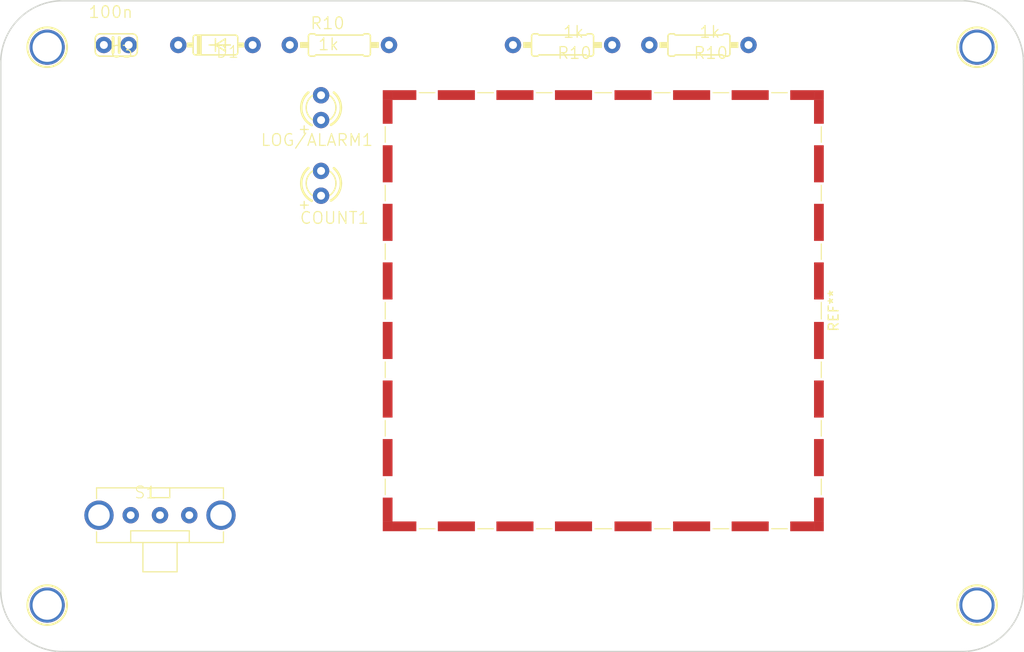
<source format=kicad_pcb>
(kicad_pcb (version 20190605) (host pcbnew "(5.1.0-1515-gcaaf60219)")

  (general
    (thickness 1.6)
    (drawings 10)
    (tracks 0)
    (modules 13)
    (nets 1)
  )

  (page "A4")
  (layers
    (0 "F.Cu" signal)
    (31 "B.Cu" signal)
    (32 "B.Adhes" user)
    (33 "F.Adhes" user)
    (34 "B.Paste" user)
    (35 "F.Paste" user)
    (36 "B.SilkS" user)
    (37 "F.SilkS" user)
    (38 "B.Mask" user)
    (39 "F.Mask" user)
    (40 "Dwgs.User" user)
    (41 "Cmts.User" user)
    (42 "Eco1.User" user)
    (43 "Eco2.User" user)
    (44 "Edge.Cuts" user)
    (45 "Margin" user)
    (46 "B.CrtYd" user)
    (47 "F.CrtYd" user)
    (48 "B.Fab" user)
    (49 "F.Fab" user)
  )

  (setup
    (last_trace_width 0.25)
    (trace_clearance 0.2)
    (zone_clearance 0.508)
    (zone_45_only no)
    (trace_min 0.2)
    (via_size 0.8)
    (via_drill 0.4)
    (via_min_size 0.4)
    (via_min_drill 0.3)
    (uvia_size 0.3)
    (uvia_drill 0.1)
    (uvias_allowed no)
    (uvia_min_size 0.2)
    (uvia_min_drill 0.1)
    (max_error 0.005)
    (defaults
      (edge_clearance 0.01)
      (edge_cuts_line_width 0.05)
      (courtyard_line_width 0.05)
      (copper_line_width 0.2)
      (copper_text_dims (size 1.5 1.5) (thickness 0.3) keep_upright)
      (silk_line_width 0.12)
      (silk_text_dims (size 1 1) (thickness 0.15) keep_upright)
      (other_layers_line_width 0.1)
      (other_layers_text_dims (size 1 1) (thickness 0.15) keep_upright)
    )
    (pad_size 1.524 1.524)
    (pad_drill 0.762)
    (pad_to_mask_clearance 0.051)
    (solder_mask_min_width 0.25)
    (aux_axis_origin 0 0)
    (visible_elements FFFFF77F)
    (pcbplotparams
      (layerselection 0x010fc_ffffffff)
      (usegerberextensions false)
      (usegerberattributes false)
      (usegerberadvancedattributes false)
      (creategerberjobfile false)
      (excludeedgelayer true)
      (linewidth 0.150000)
      (plotframeref false)
      (viasonmask false)
      (mode 1)
      (useauxorigin false)
      (hpglpennumber 1)
      (hpglpenspeed 20)
      (hpglpendiameter 15.000000)
      (psnegative false)
      (psa4output false)
      (plotreference true)
      (plotvalue true)
      (plotinvisibletext false)
      (padsonsilk false)
      (subtractmaskfromsilk false)
      (outputformat 1)
      (mirror false)
      (drillshape 1)
      (scaleselection 1)
      (outputdirectory ""))
  )

  (net 0 "")

  (net_class "Default" "This is the default net class."
    (clearance 0.2)
    (trace_width 0.25)
    (via_dia 0.8)
    (via_drill 0.4)
    (uvia_dia 0.3)
    (uvia_drill 0.1)
  )

  (module "RF_Shielding:Laird_Technologies_BMI-S-207-F_44.37x44.37mm" (layer "F.Cu") (tedit 5B85E948) (tstamp 5D2F9D6B)
    (at 146.41 95.8 270)
    (descr "Laird Technologies BMI-S-207-F Shielding Cabinet Two Piece SMD 44.37x44.37mm (https://assets.lairdtech.com/home/brandworld/files/Board%20Level%20Shields%20Catalog%20Download.pdf)")
    (tags "Shielding Cabinet")
    (attr smd)
    (fp_text reference "REF**" (at 0 -23.59 90) (layer "F.SilkS")
      (effects (font (size 1 1) (thickness 0.15)))
    )
    (fp_text value "Laird_Technologies_BMI-S-207-F_44.37x44.37mm" (at 0 23.59 90) (layer "F.Fab")
      (effects (font (size 1 1) (thickness 0.15)))
    )
    (fp_line (start 21.34 21.34) (end -21.34 21.34) (layer "F.CrtYd") (width 0.05))
    (fp_line (start 21.34 -21.34) (end 21.34 21.34) (layer "F.CrtYd") (width 0.05))
    (fp_line (start 22.335 17.25) (end 22.335 18.85) (layer "F.SilkS") (width 0.12))
    (fp_line (start -22.335 17.25) (end -22.335 18.85) (layer "F.SilkS") (width 0.12))
    (fp_line (start 22.335 11.25) (end 22.335 12.85) (layer "F.SilkS") (width 0.12))
    (fp_line (start -22.335 11.25) (end -22.335 12.85) (layer "F.SilkS") (width 0.12))
    (fp_line (start 22.335 5.25) (end 22.335 6.85) (layer "F.SilkS") (width 0.12))
    (fp_line (start -22.335 5.25) (end -22.335 6.85) (layer "F.SilkS") (width 0.12))
    (fp_line (start 22.335 -0.85) (end 22.335 0.85) (layer "F.SilkS") (width 0.12))
    (fp_line (start -22.335 -0.85) (end -22.335 0.85) (layer "F.SilkS") (width 0.12))
    (fp_line (start 22.335 -6.85) (end 22.335 -5.25) (layer "F.SilkS") (width 0.12))
    (fp_line (start -22.335 -6.85) (end -22.335 -5.25) (layer "F.SilkS") (width 0.12))
    (fp_line (start 22.335 -12.85) (end 22.335 -11.25) (layer "F.SilkS") (width 0.12))
    (fp_line (start -22.335 -12.85) (end -22.335 -11.25) (layer "F.SilkS") (width 0.12))
    (fp_line (start 22.335 -18.85) (end 22.335 -17.25) (layer "F.SilkS") (width 0.12))
    (fp_line (start -22.335 -18.85) (end -22.335 -17.25) (layer "F.SilkS") (width 0.12))
    (fp_line (start 17.25 22.335) (end 18.85 22.335) (layer "F.SilkS") (width 0.12))
    (fp_line (start 17.25 -22.335) (end 18.85 -22.335) (layer "F.SilkS") (width 0.12))
    (fp_line (start 11.25 22.335) (end 12.85 22.335) (layer "F.SilkS") (width 0.12))
    (fp_line (start 11.25 -22.335) (end 12.85 -22.335) (layer "F.SilkS") (width 0.12))
    (fp_line (start 5.25 22.335) (end 6.85 22.335) (layer "F.SilkS") (width 0.12))
    (fp_line (start 5.25 -22.335) (end 6.85 -22.335) (layer "F.SilkS") (width 0.12))
    (fp_line (start -0.85 22.335) (end 0.85 22.335) (layer "F.SilkS") (width 0.12))
    (fp_line (start -0.85 -22.335) (end 0.85 -22.335) (layer "F.SilkS") (width 0.12))
    (fp_line (start -6.85 22.335) (end -5.25 22.335) (layer "F.SilkS") (width 0.12))
    (fp_line (start -6.85 -22.335) (end -5.25 -22.335) (layer "F.SilkS") (width 0.12))
    (fp_line (start -12.85 22.335) (end -11.25 22.335) (layer "F.SilkS") (width 0.12))
    (fp_line (start -12.85 -22.335) (end -11.25 -22.335) (layer "F.SilkS") (width 0.12))
    (fp_line (start -18.85 22.335) (end -17.25 22.335) (layer "F.SilkS") (width 0.12))
    (fp_line (start -18.85 -22.335) (end -17.25 -22.335) (layer "F.SilkS") (width 0.12))
    (fp_line (start 22.185 -22.185) (end -22.185 -22.185) (layer "F.Fab") (width 0.1))
    (fp_line (start 22.185 22.185) (end 22.185 -22.185) (layer "F.Fab") (width 0.1))
    (fp_line (start -22.185 22.185) (end 22.185 22.185) (layer "F.Fab") (width 0.1))
    (fp_line (start -22.185 -22.185) (end -22.185 22.185) (layer "F.Fab") (width 0.1))
    (fp_line (start 22.85 -22.85) (end -22.85 -22.85) (layer "F.CrtYd") (width 0.05))
    (fp_line (start 22.85 22.85) (end 22.85 -22.85) (layer "F.CrtYd") (width 0.05))
    (fp_line (start -22.85 22.85) (end 22.85 22.85) (layer "F.CrtYd") (width 0.05))
    (fp_line (start -22.85 -22.85) (end -22.85 22.85) (layer "F.CrtYd") (width 0.05))
    (fp_line (start 21.34 -21.34) (end -21.34 -21.34) (layer "F.CrtYd") (width 0.05))
    (fp_line (start -21.34 -21.34) (end -21.34 21.34) (layer "F.CrtYd") (width 0.05))
    (fp_text user "%R" (at 0 0 90) (layer "F.Fab")
      (effects (font (size 1 1) (thickness 0.15)))
    )
    (pad "1" smd rect (at 22.09 20.37 270) (size 1 2.44) (layers "F.Cu" "F.Paste" "F.Mask"))
    (pad "1" smd rect (at -22.09 20.37 270) (size 1 2.44) (layers "F.Cu" "F.Paste" "F.Mask"))
    (pad "1" smd rect (at 22.09 15.05 270) (size 1 3.8) (layers "F.Cu" "F.Paste" "F.Mask"))
    (pad "1" smd rect (at -22.09 15.05 270) (size 1 3.8) (layers "F.Cu" "F.Paste" "F.Mask"))
    (pad "1" smd rect (at 22.09 9.05 270) (size 1 3.8) (layers "F.Cu" "F.Paste" "F.Mask"))
    (pad "1" smd rect (at -22.09 9.05 270) (size 1 3.8) (layers "F.Cu" "F.Paste" "F.Mask"))
    (pad "1" smd rect (at 22.09 3.05 270) (size 1 3.8) (layers "F.Cu" "F.Paste" "F.Mask"))
    (pad "1" smd rect (at -22.09 3.05 270) (size 1 3.8) (layers "F.Cu" "F.Paste" "F.Mask"))
    (pad "1" smd rect (at 22.09 -3.05 270) (size 1 3.8) (layers "F.Cu" "F.Paste" "F.Mask"))
    (pad "1" smd rect (at -22.09 -3.05 270) (size 1 3.8) (layers "F.Cu" "F.Paste" "F.Mask"))
    (pad "1" smd rect (at 22.09 -9.05 270) (size 1 3.8) (layers "F.Cu" "F.Paste" "F.Mask"))
    (pad "1" smd rect (at -22.09 -9.05 270) (size 1 3.8) (layers "F.Cu" "F.Paste" "F.Mask"))
    (pad "1" smd rect (at 22.09 -15.05 270) (size 1 3.8) (layers "F.Cu" "F.Paste" "F.Mask"))
    (pad "1" smd rect (at -22.09 -15.05 270) (size 1 3.8) (layers "F.Cu" "F.Paste" "F.Mask"))
    (pad "1" smd rect (at 22.09 -20.37 270) (size 1 2.44) (layers "F.Cu" "F.Paste" "F.Mask"))
    (pad "1" smd rect (at -22.09 -20.37 270) (size 1 2.44) (layers "F.Cu" "F.Paste" "F.Mask"))
    (pad "1" smd rect (at 20.37 22.09 270) (size 2.44 1) (layers "F.Cu" "F.Paste" "F.Mask"))
    (pad "1" smd rect (at 20.37 -22.09 270) (size 2.44 1) (layers "F.Cu" "F.Paste" "F.Mask"))
    (pad "1" smd rect (at 15.05 22.09 270) (size 3.8 1) (layers "F.Cu" "F.Paste" "F.Mask"))
    (pad "1" smd rect (at 15.05 -22.09 270) (size 3.8 1) (layers "F.Cu" "F.Paste" "F.Mask"))
    (pad "1" smd rect (at 9.05 22.09 270) (size 3.8 1) (layers "F.Cu" "F.Paste" "F.Mask"))
    (pad "1" smd rect (at 9.05 -22.09 270) (size 3.8 1) (layers "F.Cu" "F.Paste" "F.Mask"))
    (pad "1" smd rect (at 3.05 22.09 270) (size 3.8 1) (layers "F.Cu" "F.Paste" "F.Mask"))
    (pad "1" smd rect (at 3.05 -22.09 270) (size 3.8 1) (layers "F.Cu" "F.Paste" "F.Mask"))
    (pad "1" smd rect (at -3.05 22.09 270) (size 3.8 1) (layers "F.Cu" "F.Paste" "F.Mask"))
    (pad "1" smd rect (at -3.05 -22.09 270) (size 3.8 1) (layers "F.Cu" "F.Paste" "F.Mask"))
    (pad "1" smd rect (at -9.05 22.09 270) (size 3.8 1) (layers "F.Cu" "F.Paste" "F.Mask"))
    (pad "1" smd rect (at -9.05 -22.09 270) (size 3.8 1) (layers "F.Cu" "F.Paste" "F.Mask"))
    (pad "1" smd rect (at -15.05 22.09 270) (size 3.8 1) (layers "F.Cu" "F.Paste" "F.Mask"))
    (pad "1" smd rect (at -15.05 -22.09 270) (size 3.8 1) (layers "F.Cu" "F.Paste" "F.Mask"))
    (pad "1" smd rect (at -20.37 22.09 270) (size 2.44 1) (layers "F.Cu" "F.Paste" "F.Mask"))
    (pad "1" smd rect (at -20.37 -22.09 270) (size 2.44 1) (layers "F.Cu" "F.Paste" "F.Mask"))
    (pad "1" smd rect (at -22.09 22.09 270) (size 1 1) (layers "F.Cu" "F.Paste" "F.Mask"))
    (pad "1" smd rect (at 22.09 22.09 270) (size 1 1) (layers "F.Cu" "F.Paste" "F.Mask"))
    (pad "1" smd rect (at 22.09 -22.09 270) (size 1 1) (layers "F.Cu" "F.Paste" "F.Mask"))
    (pad "1" smd rect (at -22.09 -22.09 270) (size 1 1) (layers "F.Cu" "F.Paste" "F.Mask"))
    (model "${KISYS3DMOD}/RF_Shielding.3dshapes/Laird_Technologies_BMI-S-207-F_44.37x44.37mm.wrl"
      (at (xyz 0 0 0))
      (scale (xyz 1 1 1))
      (rotate (xyz 0 0 5))
    )
    (model "/home/rob/Data/Freecad/M5SatckFire.wrl"
      (at (xyz 0 0 0))
      (scale (xyz 0.3 0.3 0.3))
      (rotate (xyz 0 0 0))
    )
    (model "/Users/rob/Documents/IBM/Documents/Freecad/M5SatckFire.wrl"
      (at (xyz 0 0 0))
      (scale (xyz 0.31 0.31 0.31))
      (rotate (xyz 0 0 -90))
    )
  )

  (module "bGeigieNanoKit V1.1r5a:0207_10" (layer "F.Cu") (tedit 0) (tstamp 5D265F15)
    (at 119.38 68.58)
    (descr "<b>RESISTOR</b><p>\ntype 0207, grid 10 mm")
    (path "/491404DE0633656B")
    (fp_text reference "R10" (at -3.048 -1.524) (layer "F.SilkS")
      (effects (font (size 1.2065 1.2065) (thickness 0.12065)) (justify left bottom))
    )
    (fp_text value "1k" (at -2.2606 0.635) (layer "F.SilkS")
      (effects (font (size 1.2065 1.2065) (thickness 0.12065)) (justify left bottom))
    )
    (fp_poly (pts (xy -4.0386 0.3048) (xy -3.175 0.3048) (xy -3.175 -0.3048) (xy -4.0386 -0.3048)) (layer "F.SilkS") (width 0))
    (fp_poly (pts (xy 3.175 0.3048) (xy 4.0386 0.3048) (xy 4.0386 -0.3048) (xy 3.175 -0.3048)) (layer "F.SilkS") (width 0))
    (fp_line (start 3.175 0.889) (end 3.175 -0.889) (layer "F.SilkS") (width 0.1524))
    (fp_line (start 2.921 1.143) (end 2.54 1.143) (layer "F.SilkS") (width 0.1524))
    (fp_line (start 2.921 -1.143) (end 2.54 -1.143) (layer "F.SilkS") (width 0.1524))
    (fp_line (start 2.413 1.016) (end -2.413 1.016) (layer "F.SilkS") (width 0.1524))
    (fp_line (start 2.413 1.016) (end 2.54 1.143) (layer "F.SilkS") (width 0.1524))
    (fp_line (start 2.413 -1.016) (end -2.413 -1.016) (layer "F.SilkS") (width 0.1524))
    (fp_line (start 2.413 -1.016) (end 2.54 -1.143) (layer "F.SilkS") (width 0.1524))
    (fp_line (start -2.413 1.016) (end -2.54 1.143) (layer "F.SilkS") (width 0.1524))
    (fp_line (start -2.921 1.143) (end -2.54 1.143) (layer "F.SilkS") (width 0.1524))
    (fp_line (start -2.413 -1.016) (end -2.54 -1.143) (layer "F.SilkS") (width 0.1524))
    (fp_line (start -2.921 -1.143) (end -2.54 -1.143) (layer "F.SilkS") (width 0.1524))
    (fp_line (start -3.175 0.889) (end -3.175 -0.889) (layer "F.SilkS") (width 0.1524))
    (fp_arc (start 2.921 -0.889) (end 2.921 -1.143) (angle 90) (layer "F.SilkS") (width 0.1524))
    (fp_arc (start 2.921 0.889) (end 2.921 1.143) (angle -90) (layer "F.SilkS") (width 0.1524))
    (fp_arc (start -2.921 0.889) (end -3.175 0.889) (angle -90) (layer "F.SilkS") (width 0.1524))
    (fp_arc (start -2.921 -0.889) (end -3.175 -0.889) (angle 90) (layer "F.SilkS") (width 0.1524))
    (fp_line (start -5.08 0) (end -4.064 0) (layer "F.Fab") (width 0.6096))
    (fp_line (start 5.08 0) (end 4.064 0) (layer "F.Fab") (width 0.6096))
    (pad "2" thru_hole circle (at 5.08 0) (size 1.6764 1.6764) (drill 0.8128) (layers *.Cu *.Mask)
      (solder_mask_margin 0.1016))
    (pad "1" thru_hole circle (at -5.08 0) (size 1.6764 1.6764) (drill 0.8128) (layers *.Cu *.Mask)
      (solder_mask_margin 0.1016))
  )

  (module "bGeigieNanoKit V1.1r5a:0207_10" (layer "F.Cu") (tedit 0) (tstamp 5D259B5D)
    (at 142.24 68.58 180)
    (descr "<b>RESISTOR</b><p>\ntype 0207, grid 10 mm")
    (path "/491404DE0633656B")
    (fp_text reference "R10" (at -3.048 -1.524) (layer "F.SilkS")
      (effects (font (size 1.2065 1.2065) (thickness 0.12065)) (justify right bottom))
    )
    (fp_text value "1k" (at -2.2606 0.635) (layer "F.SilkS")
      (effects (font (size 1.2065 1.2065) (thickness 0.12065)) (justify right bottom))
    )
    (fp_poly (pts (xy -4.0386 0.3048) (xy -3.175 0.3048) (xy -3.175 -0.3048) (xy -4.0386 -0.3048)) (layer "F.SilkS") (width 0))
    (fp_poly (pts (xy 3.175 0.3048) (xy 4.0386 0.3048) (xy 4.0386 -0.3048) (xy 3.175 -0.3048)) (layer "F.SilkS") (width 0))
    (fp_line (start 3.175 0.889) (end 3.175 -0.889) (layer "F.SilkS") (width 0.1524))
    (fp_line (start 2.921 1.143) (end 2.54 1.143) (layer "F.SilkS") (width 0.1524))
    (fp_line (start 2.921 -1.143) (end 2.54 -1.143) (layer "F.SilkS") (width 0.1524))
    (fp_line (start 2.413 1.016) (end -2.413 1.016) (layer "F.SilkS") (width 0.1524))
    (fp_line (start 2.413 1.016) (end 2.54 1.143) (layer "F.SilkS") (width 0.1524))
    (fp_line (start 2.413 -1.016) (end -2.413 -1.016) (layer "F.SilkS") (width 0.1524))
    (fp_line (start 2.413 -1.016) (end 2.54 -1.143) (layer "F.SilkS") (width 0.1524))
    (fp_line (start -2.413 1.016) (end -2.54 1.143) (layer "F.SilkS") (width 0.1524))
    (fp_line (start -2.921 1.143) (end -2.54 1.143) (layer "F.SilkS") (width 0.1524))
    (fp_line (start -2.413 -1.016) (end -2.54 -1.143) (layer "F.SilkS") (width 0.1524))
    (fp_line (start -2.921 -1.143) (end -2.54 -1.143) (layer "F.SilkS") (width 0.1524))
    (fp_line (start -3.175 0.889) (end -3.175 -0.889) (layer "F.SilkS") (width 0.1524))
    (fp_arc (start 2.921 -0.889) (end 2.921 -1.143) (angle 90) (layer "F.SilkS") (width 0.1524))
    (fp_arc (start 2.921 0.889) (end 2.921 1.143) (angle -90) (layer "F.SilkS") (width 0.1524))
    (fp_arc (start -2.921 0.889) (end -3.175 0.889) (angle -90) (layer "F.SilkS") (width 0.1524))
    (fp_arc (start -2.921 -0.889) (end -3.175 -0.889) (angle 90) (layer "F.SilkS") (width 0.1524))
    (fp_line (start -5.08 0) (end -4.064 0) (layer "F.Fab") (width 0.6096))
    (fp_line (start 5.08 0) (end 4.064 0) (layer "F.Fab") (width 0.6096))
    (pad "2" thru_hole circle (at 5.08 0 180) (size 1.6764 1.6764) (drill 0.8128) (layers *.Cu *.Mask)
      (solder_mask_margin 0.1016))
    (pad "1" thru_hole circle (at -5.08 0 180) (size 1.6764 1.6764) (drill 0.8128) (layers *.Cu *.Mask)
      (solder_mask_margin 0.1016))
  )

  (module "bGeigieNanoKit V1.1r5a:0207_10" (layer "F.Cu") (tedit 0) (tstamp 5D2F8D76)
    (at 156.21 68.58 180)
    (descr "<b>RESISTOR</b><p>\ntype 0207, grid 10 mm")
    (path "/491404DE0633656B")
    (fp_text reference "R10" (at -3.048 -1.524) (layer "F.SilkS")
      (effects (font (size 1.2065 1.2065) (thickness 0.12065)) (justify right bottom))
    )
    (fp_text value "1k" (at -2.2606 0.635) (layer "F.SilkS")
      (effects (font (size 1.2065 1.2065) (thickness 0.12065)) (justify right bottom))
    )
    (fp_line (start 5.08 0) (end 4.064 0) (layer "F.Fab") (width 0.6096))
    (fp_line (start -5.08 0) (end -4.064 0) (layer "F.Fab") (width 0.6096))
    (fp_arc (start -2.921 -0.889) (end -3.175 -0.889) (angle 90) (layer "F.SilkS") (width 0.1524))
    (fp_arc (start -2.921 0.889) (end -3.175 0.889) (angle -90) (layer "F.SilkS") (width 0.1524))
    (fp_arc (start 2.921 0.889) (end 2.921 1.143) (angle -90) (layer "F.SilkS") (width 0.1524))
    (fp_arc (start 2.921 -0.889) (end 2.921 -1.143) (angle 90) (layer "F.SilkS") (width 0.1524))
    (fp_line (start -3.175 0.889) (end -3.175 -0.889) (layer "F.SilkS") (width 0.1524))
    (fp_line (start -2.921 -1.143) (end -2.54 -1.143) (layer "F.SilkS") (width 0.1524))
    (fp_line (start -2.413 -1.016) (end -2.54 -1.143) (layer "F.SilkS") (width 0.1524))
    (fp_line (start -2.921 1.143) (end -2.54 1.143) (layer "F.SilkS") (width 0.1524))
    (fp_line (start -2.413 1.016) (end -2.54 1.143) (layer "F.SilkS") (width 0.1524))
    (fp_line (start 2.413 -1.016) (end 2.54 -1.143) (layer "F.SilkS") (width 0.1524))
    (fp_line (start 2.413 -1.016) (end -2.413 -1.016) (layer "F.SilkS") (width 0.1524))
    (fp_line (start 2.413 1.016) (end 2.54 1.143) (layer "F.SilkS") (width 0.1524))
    (fp_line (start 2.413 1.016) (end -2.413 1.016) (layer "F.SilkS") (width 0.1524))
    (fp_line (start 2.921 -1.143) (end 2.54 -1.143) (layer "F.SilkS") (width 0.1524))
    (fp_line (start 2.921 1.143) (end 2.54 1.143) (layer "F.SilkS") (width 0.1524))
    (fp_line (start 3.175 0.889) (end 3.175 -0.889) (layer "F.SilkS") (width 0.1524))
    (fp_poly (pts (xy 3.175 0.3048) (xy 4.0386 0.3048) (xy 4.0386 -0.3048) (xy 3.175 -0.3048)) (layer "F.SilkS") (width 0))
    (fp_poly (pts (xy -4.0386 0.3048) (xy -3.175 0.3048) (xy -3.175 -0.3048) (xy -4.0386 -0.3048)) (layer "F.SilkS") (width 0))
    (pad "1" thru_hole circle (at -5.08 0 180) (size 1.6764 1.6764) (drill 0.8128) (layers *.Cu *.Mask)
      (solder_mask_margin 0.1016))
    (pad "2" thru_hole circle (at 5.08 0 180) (size 1.6764 1.6764) (drill 0.8128) (layers *.Cu *.Mask)
      (solder_mask_margin 0.1016))
  )

  (module "bGeigieNanoKit V1.1r5a:DO35-7" (layer "F.Cu") (tedit 0) (tstamp 5D2589F9)
    (at 106.68 68.58)
    (descr "<B>DIODE</B><p>\ndiameter 2 mm, horizontal, grid 7.62 mm")
    (path "/C049FE434DF527AB")
    (fp_text reference "D1" (at 0 0) (layer "F.SilkS")
      (effects (font (size 1.2065 1.2065) (thickness 0.09652)) (justify left top))
    )
    (fp_text value "1N4148" (at -2.286 2.667 180) (layer "F.SilkS") hide
      (effects (font (size 1.2065 1.2065) (thickness 0.127)) (justify left top))
    )
    (fp_line (start 3.81 0) (end 2.921 0) (layer "F.Fab") (width 0.508))
    (fp_line (start -3.81 0) (end -2.921 0) (layer "F.Fab") (width 0.508))
    (fp_line (start -0.635 0) (end 0 0) (layer "F.SilkS") (width 0.1524))
    (fp_line (start 1.016 -0.635) (end 1.016 0.635) (layer "F.SilkS") (width 0.1524))
    (fp_line (start 1.016 0.635) (end 0 0) (layer "F.SilkS") (width 0.1524))
    (fp_line (start 0 0) (end 1.524 0) (layer "F.SilkS") (width 0.1524))
    (fp_line (start 0 0) (end 1.016 -0.635) (layer "F.SilkS") (width 0.1524))
    (fp_line (start 0 -0.635) (end 0 0) (layer "F.SilkS") (width 0.1524))
    (fp_line (start 0 0) (end 0 0.635) (layer "F.SilkS") (width 0.1524))
    (fp_arc (start 2.032 -0.762) (end 2.032 -1.016) (angle 90) (layer "F.SilkS") (width 0.1524))
    (fp_line (start 2.286 -0.762) (end 2.286 0.762) (layer "F.SilkS") (width 0.1524))
    (fp_arc (start 2.032 0.762) (end 2.032 1.016) (angle -90) (layer "F.SilkS") (width 0.1524))
    (fp_arc (start -2.032 -0.762) (end -2.286 -0.762) (angle 90) (layer "F.SilkS") (width 0.1524))
    (fp_arc (start -2.032 0.762) (end -2.286 0.762) (angle -90) (layer "F.SilkS") (width 0.1524))
    (fp_line (start -2.032 1.016) (end 2.032 1.016) (layer "F.SilkS") (width 0.1524))
    (fp_line (start -2.286 -0.762) (end -2.286 0.762) (layer "F.SilkS") (width 0.1524))
    (fp_line (start -2.032 -1.016) (end 2.032 -1.016) (layer "F.SilkS") (width 0.1524))
    (fp_poly (pts (xy -1.905 1.016) (xy -1.397 1.016) (xy -1.397 -1.016) (xy -1.905 -1.016)) (layer "F.SilkS") (width 0))
    (fp_poly (pts (xy 2.286 0.254) (xy 2.921 0.254) (xy 2.921 -0.254) (xy 2.286 -0.254)) (layer "F.SilkS") (width 0))
    (fp_poly (pts (xy -2.921 0.254) (xy -2.286 0.254) (xy -2.286 -0.254) (xy -2.921 -0.254)) (layer "F.SilkS") (width 0))
    (pad "C" thru_hole circle (at -3.81 0) (size 1.6764 1.6764) (drill 0.8128) (layers *.Cu *.Mask)
      (solder_mask_margin 0.1016))
    (pad "A" thru_hole circle (at 3.81 0) (size 1.6764 1.6764) (drill 0.8128) (layers *.Cu *.Mask)
      (solder_mask_margin 0.1016))
  )

  (module "bGeigieNanoKit V1.1r5a:C025-024X044" (layer "F.Cu") (tedit 0) (tstamp 5D258B76)
    (at 96.52 68.58 180)
    (descr "<b>CAPACITOR</b><p>\ngrid 2.5 mm, outline 2.4 x 4.4 mm")
    (path "/76DC27178EA4FDCE")
    (fp_text reference "C3" (at -1.778 -1.397) (layer "F.SilkS")
      (effects (font (size 1.2065 1.2065) (thickness 0.12065)) (justify right bottom))
    )
    (fp_text value "100n" (at -1.778 2.667) (layer "F.SilkS")
      (effects (font (size 1.2065 1.2065) (thickness 0.12065)) (justify right bottom))
    )
    (fp_line (start -2.159 0.635) (end -2.159 -0.635) (layer "F.SilkS") (width 0.1524))
    (fp_arc (start -1.651 -0.635) (end -2.159 -0.635) (angle 90) (layer "F.SilkS") (width 0.1524))
    (fp_arc (start -1.651 0.635) (end -2.159 0.635) (angle -90) (layer "F.SilkS") (width 0.1524))
    (fp_line (start 1.651 -1.143) (end -1.651 -1.143) (layer "F.SilkS") (width 0.1524))
    (fp_line (start 2.159 0.635) (end 2.159 -0.635) (layer "F.SilkS") (width 0.1524))
    (fp_line (start 1.651 1.143) (end -1.651 1.143) (layer "F.SilkS") (width 0.1524))
    (fp_arc (start 1.651 -0.635) (end 1.651 -1.143) (angle 90) (layer "F.SilkS") (width 0.1524))
    (fp_arc (start 1.651 0.635) (end 1.651 1.143) (angle -90) (layer "F.SilkS") (width 0.1524))
    (fp_line (start -0.3048 -0.762) (end -0.3048 0.762) (layer "F.SilkS") (width 0.3048))
    (fp_line (start 0.3302 -0.762) (end 0.3302 0.762) (layer "F.SilkS") (width 0.3048))
    (fp_line (start 1.27 0) (end 0.3302 0) (layer "F.Fab") (width 0.1524))
    (fp_line (start -1.27 0) (end -0.3048 0) (layer "F.Fab") (width 0.1524))
    (pad "1" thru_hole circle (at -1.27 0 180) (size 1.6764 1.6764) (drill 0.8128) (layers *.Cu *.Mask)
      (solder_mask_margin 0.1016))
    (pad "2" thru_hole circle (at 1.27 0 180) (size 1.6764 1.6764) (drill 0.8128) (layers *.Cu *.Mask)
      (solder_mask_margin 0.1016))
  )

  (module "bGeigieNanoKit V1.1r5a:LED3MM" (layer "F.Cu") (tedit 0) (tstamp 5D2588BE)
    (at 117.5 82.75 90)
    (descr "<B>LED</B><p>\n3 mm, round")
    (path "/8945427DC916D756")
    (fp_text reference "COUNT1" (at -4.25 -2.25) (layer "F.SilkS")
      (effects (font (size 1.2065 1.2065) (thickness 0.12065)) (justify left bottom))
    )
    (fp_text value "BLUE" (at 1.905 1.651 90) (layer "F.SilkS") hide
      (effects (font (size 1.2065 1.2065) (thickness 0.12065)) (justify left bottom))
    )
    (fp_line (start 1.5748 1.27) (end 1.5748 -1.27) (layer "F.Fab") (width 0.254))
    (fp_arc (start 0 0.000004) (end -1.524 0) (angle 39.80361) (layer "F.Fab") (width 0.1524))
    (fp_arc (start 0 0.000063) (end -1.524 0) (angle -41.633208) (layer "F.Fab") (width 0.1524))
    (fp_arc (start 0 0.000014) (end 1.1571 -0.9918) (angle 40.601165) (layer "F.Fab") (width 0.1524))
    (fp_arc (start 0 -0.000004) (end 1.1708 0.9756) (angle -39.80361) (layer "F.Fab") (width 0.1524))
    (fp_arc (start -0.000034 0) (end 0 -1.524) (angle 54.461337) (layer "F.SilkS") (width 0.1524))
    (fp_arc (start 0 0) (end -1.2192 -0.9144) (angle 53.130102) (layer "F.SilkS") (width 0.1524))
    (fp_arc (start -0.000008 0) (end 0 1.524) (angle -52.126876) (layer "F.SilkS") (width 0.1524))
    (fp_arc (start 0.000008 0) (end -1.203 0.9356) (angle -52.126876) (layer "F.SilkS") (width 0.1524))
    (fp_arc (start 0 0) (end -0.635 0) (angle 90) (layer "F.Fab") (width 0.1524))
    (fp_arc (start 0 0) (end -1.016 0) (angle 90) (layer "F.Fab") (width 0.1524))
    (fp_arc (start 0 0) (end 0 0.635) (angle -90) (layer "F.Fab") (width 0.1524))
    (fp_arc (start 0 0) (end 0 1.016) (angle -90) (layer "F.Fab") (width 0.1524))
    (fp_arc (start 0.000012 0) (end 0 -2.032) (angle 50.193108) (layer "F.SilkS") (width 0.254))
    (fp_arc (start 0.00006 0) (end -1.7929 -0.9562) (angle 61.926949) (layer "F.SilkS") (width 0.254))
    (fp_arc (start 0.000037 0) (end 0 2.032) (angle -49.763022) (layer "F.SilkS") (width 0.254))
    (fp_arc (start -0.000056 0) (end -1.7643 1.0082) (angle -60.255215) (layer "F.SilkS") (width 0.254))
    (fp_arc (start 0 0.000002) (end -2.032 0) (angle 28.301701) (layer "F.Fab") (width 0.254))
    (fp_arc (start 0 0.000083) (end -2.032 0) (angle -31.60822) (layer "F.Fab") (width 0.254))
    (fp_line (start -2.5908 -1.7272) (end -1.8542 -1.7272) (layer "F.SilkS") (width 0.127))
    (fp_line (start -2.2352 -1.3208) (end -2.2352 -2.1082) (layer "F.SilkS") (width 0.127))
    (pad "A" thru_hole circle (at -1.27 0 90) (size 1.6764 1.6764) (drill 0.8128) (layers *.Cu *.Mask)
      (solder_mask_margin 0.1016))
    (pad "K" thru_hole circle (at 1.27 0 90) (size 1.6764 1.6764) (drill 0.8128) (layers *.Cu *.Mask)
      (solder_mask_margin 0.1016))
  )

  (module "bGeigieNanoKit V1.1r5a:LED3MM" (layer "F.Cu") (tedit 0) (tstamp 5D2588A4)
    (at 117.5 75 90)
    (descr "<B>LED</B><p>\n3 mm, round")
    (path "/8D5E7B3055E86A87")
    (fp_text reference "LOG/ALARM1" (at -4.02 -6.25) (layer "F.SilkS")
      (effects (font (size 1.2065 1.2065) (thickness 0.12065)) (justify left bottom))
    )
    (fp_text value "RED" (at 1.905 1.651 90) (layer "F.SilkS") hide
      (effects (font (size 1.2065 1.2065) (thickness 0.12065)) (justify left bottom))
    )
    (fp_line (start 1.5748 1.27) (end 1.5748 -1.27) (layer "F.Fab") (width 0.254))
    (fp_arc (start 0 0.000004) (end -1.524 0) (angle 39.80361) (layer "F.Fab") (width 0.1524))
    (fp_arc (start 0 0.000063) (end -1.524 0) (angle -41.633208) (layer "F.Fab") (width 0.1524))
    (fp_arc (start 0 0.000014) (end 1.1571 -0.9918) (angle 40.601165) (layer "F.Fab") (width 0.1524))
    (fp_arc (start 0 -0.000004) (end 1.1708 0.9756) (angle -39.80361) (layer "F.Fab") (width 0.1524))
    (fp_arc (start -0.000034 0) (end 0 -1.524) (angle 54.461337) (layer "F.SilkS") (width 0.1524))
    (fp_arc (start 0 0) (end -1.2192 -0.9144) (angle 53.130102) (layer "F.SilkS") (width 0.1524))
    (fp_arc (start -0.000008 0) (end 0 1.524) (angle -52.126876) (layer "F.SilkS") (width 0.1524))
    (fp_arc (start 0.000008 0) (end -1.203 0.9356) (angle -52.126876) (layer "F.SilkS") (width 0.1524))
    (fp_arc (start 0 0) (end -0.635 0) (angle 90) (layer "F.Fab") (width 0.1524))
    (fp_arc (start 0 0) (end -1.016 0) (angle 90) (layer "F.Fab") (width 0.1524))
    (fp_arc (start 0 0) (end 0 0.635) (angle -90) (layer "F.Fab") (width 0.1524))
    (fp_arc (start 0 0) (end 0 1.016) (angle -90) (layer "F.Fab") (width 0.1524))
    (fp_arc (start 0.000012 0) (end 0 -2.032) (angle 50.193108) (layer "F.SilkS") (width 0.254))
    (fp_arc (start 0.00006 0) (end -1.7929 -0.9562) (angle 61.926949) (layer "F.SilkS") (width 0.254))
    (fp_arc (start 0.000037 0) (end 0 2.032) (angle -49.763022) (layer "F.SilkS") (width 0.254))
    (fp_arc (start -0.000056 0) (end -1.7643 1.0082) (angle -60.255215) (layer "F.SilkS") (width 0.254))
    (fp_arc (start 0 0.000002) (end -2.032 0) (angle 28.301701) (layer "F.Fab") (width 0.254))
    (fp_arc (start 0 0.000083) (end -2.032 0) (angle -31.60822) (layer "F.Fab") (width 0.254))
    (fp_line (start -2.5908 -1.7272) (end -1.8542 -1.7272) (layer "F.SilkS") (width 0.127))
    (fp_line (start -2.2352 -1.3208) (end -2.2352 -2.1082) (layer "F.SilkS") (width 0.127))
    (pad "A" thru_hole circle (at -1.27 0 90) (size 1.6764 1.6764) (drill 0.8128) (layers *.Cu *.Mask)
      (solder_mask_margin 0.1016))
    (pad "K" thru_hole circle (at 1.27 0 90) (size 1.6764 1.6764) (drill 0.8128) (layers *.Cu *.Mask)
      (solder_mask_margin 0.1016))
  )

  (module "bGeigieNanoKit V1.1r5a:EG1206" (layer "F.Cu") (tedit 0) (tstamp 5D258A29)
    (at 101 116.75)
    (path "/5A36E8C6BCE5A816")
    (fp_text reference "S1" (at -2.7 -3.035) (layer "F.SilkS")
      (effects (font (size 1.2065 1.2065) (thickness 0.09652)) (justify left top))
    )
    (fp_text value "S1" (at 0 0 180) (layer "F.SilkS") hide
      (effects (font (size 1.27 1.27) (thickness 0.15)) (justify left top))
    )
    (fp_line (start -6.5 -2.8) (end -1 -2.8) (layer "F.SilkS") (width 0.127))
    (fp_line (start -1 -2.8) (end 1 -2.8) (layer "F.SilkS") (width 0.127))
    (fp_line (start 1 -2.8) (end 6.5 -2.8) (layer "F.SilkS") (width 0.127))
    (fp_line (start 6.5 2.8) (end 3 2.8) (layer "F.SilkS") (width 0.127))
    (fp_line (start 3 2.8) (end 1.75 2.8) (layer "F.SilkS") (width 0.127))
    (fp_line (start 1.75 2.8) (end -1.75 2.8) (layer "F.SilkS") (width 0.127))
    (fp_line (start -1.75 2.8) (end -3 2.8) (layer "F.SilkS") (width 0.127))
    (fp_line (start -3 2.8) (end -6.5 2.8) (layer "F.SilkS") (width 0.127))
    (fp_line (start -1 -2.8) (end -1 -1.8) (layer "F.SilkS") (width 0.127))
    (fp_line (start -1 -1.8) (end 1 -1.8) (layer "F.SilkS") (width 0.127))
    (fp_line (start 1 -1.8) (end 1 -2.8) (layer "F.SilkS") (width 0.127))
    (fp_line (start -3 2.8) (end -3 1.6) (layer "F.SilkS") (width 0.127))
    (fp_line (start -3 1.6) (end 3 1.6) (layer "F.SilkS") (width 0.127))
    (fp_line (start 3 1.6) (end 3 2.8) (layer "F.SilkS") (width 0.127))
    (fp_line (start -1.75 2.8) (end -1.75 5.8) (layer "F.SilkS") (width 0.127))
    (fp_line (start -1.75 5.8) (end 1.75 5.8) (layer "F.SilkS") (width 0.127))
    (fp_line (start 1.75 5.8) (end 1.75 2.8) (layer "F.SilkS") (width 0.127))
    (fp_line (start -6.5 -2.8) (end -6.5 -1.7) (layer "F.SilkS") (width 0.127))
    (fp_line (start -6.5 2.8) (end -6.5 1.7) (layer "F.SilkS") (width 0.127))
    (fp_line (start 6.5 -2.8) (end 6.5 -1.7) (layer "F.SilkS") (width 0.127))
    (fp_line (start 6.5 2.8) (end 6.5 1.7) (layer "F.SilkS") (width 0.127))
    (fp_line (start -6.5 -1.7) (end -6.5 1.7) (layer "F.Fab") (width 0.127))
    (fp_line (start 6.5 -1.7) (end 6.5 1.7) (layer "F.Fab") (width 0.127))
    (pad "2" thru_hole circle (at 0 0) (size 1.6764 1.6764) (drill 0.8) (layers *.Cu *.Mask)
      (solder_mask_margin 0.1016))
    (pad "MT2" thru_hole circle (at 6.25 0) (size 3 3) (drill 2.2) (layers *.Cu *.Mask)
      (solder_mask_margin 0.1016))
    (pad "MT1" thru_hole circle (at -6.25 0) (size 3 3) (drill 2.2) (layers *.Cu *.Mask)
      (solder_mask_margin 0.1016))
    (pad "1" thru_hole circle (at -3 0) (size 1.6764 1.6764) (drill 0.8) (layers *.Cu *.Mask)
      (solder_mask_margin 0.1016))
    (pad "3" thru_hole circle (at 3 0) (size 1.6764 1.6764) (drill 0.8) (layers *.Cu *.Mask)
      (solder_mask_margin 0.1016))
  )

  (module "bGeigieNanoKit V1.1r5a:MOUNTINGHOLE_3.0_PLATEDTHIN" (layer "F.Cu") (tedit 0) (tstamp 5D258A12)
    (at 184.6961 125.9586)
    (path "/7561F2B99C312127")
    (fp_text reference "U$7" (at 0 0) (layer "F.SilkS") hide
      (effects (font (size 1.27 1.27) (thickness 0.15)))
    )
    (fp_text value "MOUNTINGHOLE3.0THIN" (at 0 0) (layer "F.SilkS") hide
      (effects (font (size 1.27 1.27) (thickness 0.15)))
    )
    (fp_circle (center 0 0) (end 2.032 0) (layer "F.SilkS") (width 0.2032))
    (fp_circle (center 0 0) (end 1 0) (layer "Dwgs.User") (width 2.032))
    (fp_circle (center 0 0) (end 1 0) (layer "Dwgs.User") (width 2.032))
    (fp_circle (center 0 0) (end 1 0) (layer "Dwgs.User") (width 2.032))
    (fp_circle (center 0 0) (end 1 0) (layer "Dwgs.User") (width 2.032))
    (fp_circle (center 0 0) (end 1 0) (layer "Dwgs.User") (width 2.032))
    (fp_text user "3,0" (at -0.87 2.74) (layer "Cmts.User")
      (effects (font (size 0.77216 0.77216) (thickness 0.065024)) (justify left bottom))
    )
    (pad "P$1" thru_hole circle (at 0 0) (size 3.6 3.6) (drill 3) (layers *.Cu *.Mask)
      (solder_mask_margin 0.1016))
  )

  (module "bGeigieNanoKit V1.1r5a:MOUNTINGHOLE_3.0_PLATEDTHIN" (layer "F.Cu") (tedit 0) (tstamp 5D2589DD)
    (at 89.4461 68.8086)
    (path "/2ACD2FAD40C1BB60")
    (fp_text reference "U$9" (at 0 0) (layer "F.SilkS") hide
      (effects (font (size 1.27 1.27) (thickness 0.15)))
    )
    (fp_text value "MOUNTINGHOLE3.0THIN" (at 0 0) (layer "F.SilkS") hide
      (effects (font (size 1.27 1.27) (thickness 0.15)))
    )
    (fp_circle (center 0 0) (end 2.032 0) (layer "F.SilkS") (width 0.2032))
    (fp_circle (center 0 0) (end 1 0) (layer "Dwgs.User") (width 2.032))
    (fp_circle (center 0 0) (end 1 0) (layer "Dwgs.User") (width 2.032))
    (fp_circle (center 0 0) (end 1 0) (layer "Dwgs.User") (width 2.032))
    (fp_circle (center 0 0) (end 1 0) (layer "Dwgs.User") (width 2.032))
    (fp_circle (center 0 0) (end 1 0) (layer "Dwgs.User") (width 2.032))
    (fp_text user "3,0" (at -0.87 2.74) (layer "Cmts.User")
      (effects (font (size 0.77216 0.77216) (thickness 0.065024)) (justify left bottom))
    )
    (pad "P$1" thru_hole circle (at 0 0) (size 3.6 3.6) (drill 3) (layers *.Cu *.Mask)
      (solder_mask_margin 0.1016))
  )

  (module "bGeigieNanoKit V1.1r5a:MOUNTINGHOLE_3.0_PLATEDTHIN" (layer "F.Cu") (tedit 0) (tstamp 5D258963)
    (at 184.6961 68.8086)
    (path "/91EEEB0BCBA4A339")
    (fp_text reference "U$6" (at 0 0) (layer "F.SilkS") hide
      (effects (font (size 1.27 1.27) (thickness 0.15)))
    )
    (fp_text value "MOUNTINGHOLE3.0THIN" (at 0 0) (layer "F.SilkS") hide
      (effects (font (size 1.27 1.27) (thickness 0.15)))
    )
    (fp_circle (center 0 0) (end 2.032 0) (layer "F.SilkS") (width 0.2032))
    (fp_circle (center 0 0) (end 1 0) (layer "Dwgs.User") (width 2.032))
    (fp_circle (center 0 0) (end 1 0) (layer "Dwgs.User") (width 2.032))
    (fp_circle (center 0 0) (end 1 0) (layer "Dwgs.User") (width 2.032))
    (fp_circle (center 0 0) (end 1 0) (layer "Dwgs.User") (width 2.032))
    (fp_circle (center 0 0) (end 1 0) (layer "Dwgs.User") (width 2.032))
    (fp_text user "3,0" (at -0.87 2.74) (layer "Cmts.User")
      (effects (font (size 0.77216 0.77216) (thickness 0.065024)) (justify left bottom))
    )
    (pad "P$1" thru_hole circle (at 0 0) (size 3.6 3.6) (drill 3) (layers *.Cu *.Mask)
      (solder_mask_margin 0.1016))
  )

  (module "bGeigieNanoKit V1.1r5a:MOUNTINGHOLE_3.0_PLATEDTHIN" (layer "F.Cu") (tedit 0) (tstamp 5D258932)
    (at 89.4461 125.9586)
    (path "/281B7A3034842870")
    (fp_text reference "U$8" (at 0 0) (layer "F.SilkS") hide
      (effects (font (size 1.27 1.27) (thickness 0.15)))
    )
    (fp_text value "MOUNTINGHOLE3.0THIN" (at 0 0) (layer "F.SilkS") hide
      (effects (font (size 1.27 1.27) (thickness 0.15)))
    )
    (fp_circle (center 0 0) (end 2.032 0) (layer "F.SilkS") (width 0.2032))
    (fp_circle (center 0 0) (end 1 0) (layer "Dwgs.User") (width 2.032))
    (fp_circle (center 0 0) (end 1 0) (layer "Dwgs.User") (width 2.032))
    (fp_circle (center 0 0) (end 1 0) (layer "Dwgs.User") (width 2.032))
    (fp_circle (center 0 0) (end 1 0) (layer "Dwgs.User") (width 2.032))
    (fp_circle (center 0 0) (end 1 0) (layer "Dwgs.User") (width 2.032))
    (fp_text user "3,0" (at -0.87 2.74) (layer "Cmts.User")
      (effects (font (size 0.77216 0.77216) (thickness 0.065024)) (justify left bottom))
    )
    (pad "P$1" thru_hole circle (at 0 0) (size 3.6 3.6) (drill 3) (layers *.Cu *.Mask)
      (solder_mask_margin 0.1016))
  )

  (gr_line (start 189.4586 103.0986) (end 189.4586 124.3711) (layer "Edge.Cuts") (width 0.15) (tstamp 5D258A7E))
  (gr_arc (start 91.0336 70.3961) (end 91.0336 64.0461) (angle -90) (layer "Edge.Cuts") (width 0.15) (tstamp 5D258A7D))
  (gr_line (start 183.1086 64.0461) (end 91.0336 64.0461) (layer "Edge.Cuts") (width 0.15) (tstamp 5D258A7C))
  (gr_arc (start 183.1086 70.3961) (end 189.4586 70.3961) (angle -90) (layer "Edge.Cuts") (width 0.15) (tstamp 5D258A7B))
  (gr_line (start 189.4586 72.6186) (end 189.4586 70.3961) (layer "Edge.Cuts") (width 0.15) (tstamp 5D2F9AAF))
  (gr_line (start 189.4586 103.0986) (end 189.4586 72.6186) (layer "Edge.Cuts") (width 0.15) (tstamp 5D2F9AAC))
  (gr_arc (start 183.1086 124.3711) (end 183.1086 130.7211) (angle -90) (layer "Edge.Cuts") (width 0.15) (tstamp 5D258A76))
  (gr_line (start 91.0336 130.7211) (end 183.1086 130.7211) (layer "Edge.Cuts") (width 0.15) (tstamp 5D258A75))
  (gr_arc (start 91.0336 124.3711) (end 84.6836 124.3711) (angle -90) (layer "Edge.Cuts") (width 0.15) (tstamp 5D258A74))
  (gr_line (start 84.6836 70.3961) (end 84.6836 124.3711) (layer "Edge.Cuts") (width 0.15) (tstamp 5D258A73))

)

</source>
